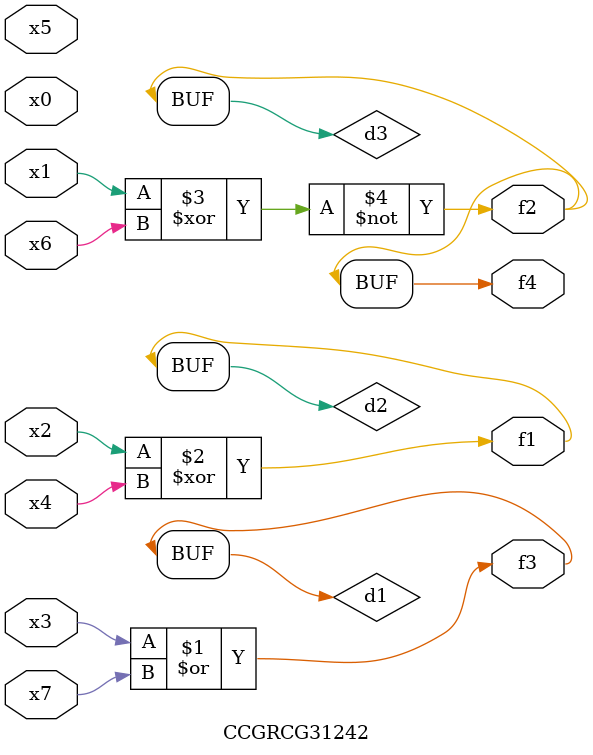
<source format=v>
module CCGRCG31242(
	input x0, x1, x2, x3, x4, x5, x6, x7,
	output f1, f2, f3, f4
);

	wire d1, d2, d3;

	or (d1, x3, x7);
	xor (d2, x2, x4);
	xnor (d3, x1, x6);
	assign f1 = d2;
	assign f2 = d3;
	assign f3 = d1;
	assign f4 = d3;
endmodule

</source>
